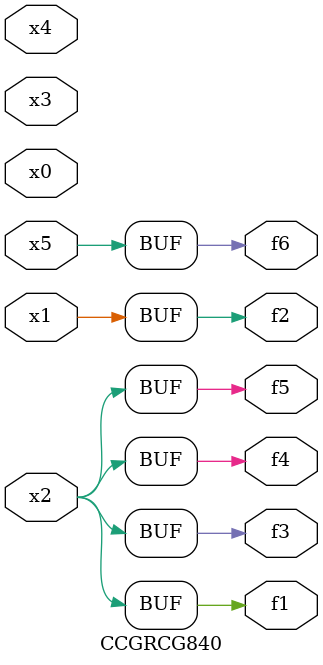
<source format=v>
module CCGRCG840(
	input x0, x1, x2, x3, x4, x5,
	output f1, f2, f3, f4, f5, f6
);
	assign f1 = x2;
	assign f2 = x1;
	assign f3 = x2;
	assign f4 = x2;
	assign f5 = x2;
	assign f6 = x5;
endmodule

</source>
